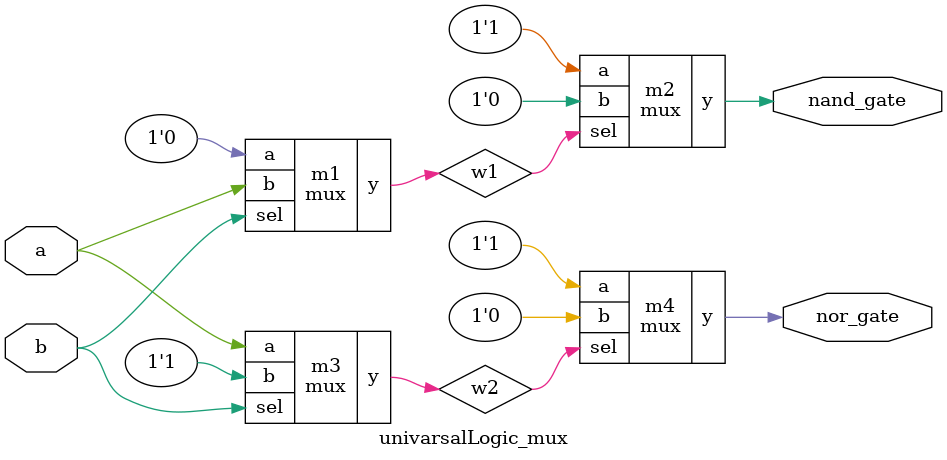
<source format=v>
`timescale 1ns / 1ps

module mux(
    input a,b,sel,
    output y
    );
    assign y=sel?b:a;
endmodule
module univarsalLogic_mux(
    input a,b,
    output nand_gate,nor_gate
    );
    wire w1,w2;
    
    mux m1(1'b0,a,b,w1);
    mux m2(1'b1,1'b0,w1,nand_gate);
    
    mux m3(a,1'b1,b,w2);
    mux m4(1'b1,1'b0,w2,nor_gate);
endmodule

</source>
